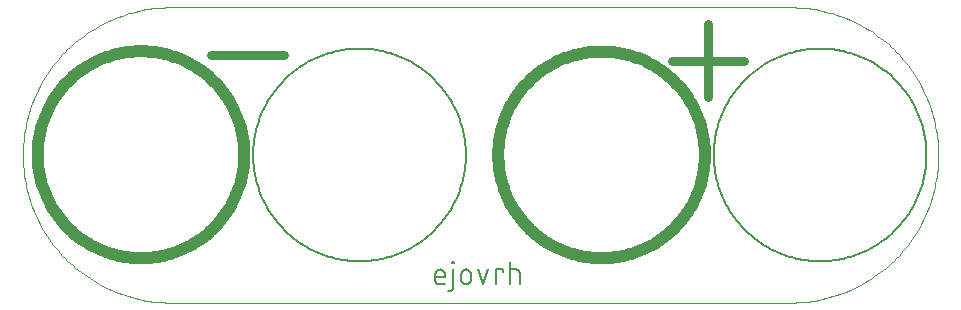
<source format=gto>
G04 EAGLE Gerber RS-274X export*
G75*
%MOMM*%
%FSLAX35Y35*%
%LPD*%
%INsilk_top*%
%IPPOS*%
%AMOC8*
5,1,8,0,0,1.08239X$1,22.5*%
G01*
%ADD10C,1.000000*%
%ADD11C,0.000000*%
%ADD12C,0.787400*%
%ADD13C,0.152400*%
%ADD14C,0.127000*%


D10*
X-2825000Y2500D02*
X-2824736Y23974D01*
X-2823946Y45434D01*
X-2822629Y66869D01*
X-2820787Y88265D01*
X-2818420Y109609D01*
X-2815529Y130889D01*
X-2812118Y152092D01*
X-2808187Y173204D01*
X-2803739Y194214D01*
X-2798777Y215108D01*
X-2793304Y235874D01*
X-2787323Y256499D01*
X-2780837Y276972D01*
X-2773851Y297279D01*
X-2766369Y317408D01*
X-2758395Y337348D01*
X-2749934Y357086D01*
X-2740991Y376611D01*
X-2731571Y395910D01*
X-2721681Y414972D01*
X-2711326Y433786D01*
X-2700513Y452340D01*
X-2689247Y470623D01*
X-2677536Y488624D01*
X-2665387Y506332D01*
X-2652807Y523737D01*
X-2639803Y540828D01*
X-2626384Y557594D01*
X-2612558Y574026D01*
X-2598332Y590114D01*
X-2583716Y605848D01*
X-2568718Y621218D01*
X-2553348Y636216D01*
X-2537614Y650832D01*
X-2521526Y665058D01*
X-2505094Y678884D01*
X-2488328Y692303D01*
X-2471237Y705307D01*
X-2453832Y717887D01*
X-2436124Y730036D01*
X-2418123Y741747D01*
X-2399840Y753013D01*
X-2381286Y763826D01*
X-2362472Y774181D01*
X-2343410Y784071D01*
X-2324111Y793491D01*
X-2304586Y802434D01*
X-2284848Y810895D01*
X-2264908Y818869D01*
X-2244779Y826351D01*
X-2224472Y833337D01*
X-2203999Y839823D01*
X-2183374Y845804D01*
X-2162608Y851277D01*
X-2141714Y856239D01*
X-2120704Y860687D01*
X-2099592Y864618D01*
X-2078389Y868029D01*
X-2057109Y870920D01*
X-2035765Y873287D01*
X-2014369Y875129D01*
X-1992934Y876446D01*
X-1971474Y877236D01*
X-1950000Y877500D01*
X-1928526Y877236D01*
X-1907066Y876446D01*
X-1885631Y875129D01*
X-1864235Y873287D01*
X-1842891Y870920D01*
X-1821611Y868029D01*
X-1800408Y864618D01*
X-1779296Y860687D01*
X-1758286Y856239D01*
X-1737392Y851277D01*
X-1716626Y845804D01*
X-1696001Y839823D01*
X-1675528Y833337D01*
X-1655221Y826351D01*
X-1635092Y818869D01*
X-1615152Y810895D01*
X-1595414Y802434D01*
X-1575889Y793491D01*
X-1556590Y784071D01*
X-1537528Y774181D01*
X-1518714Y763826D01*
X-1500160Y753013D01*
X-1481877Y741747D01*
X-1463876Y730036D01*
X-1446168Y717887D01*
X-1428763Y705307D01*
X-1411672Y692303D01*
X-1394906Y678884D01*
X-1378474Y665058D01*
X-1362386Y650832D01*
X-1346652Y636216D01*
X-1331282Y621218D01*
X-1316284Y605848D01*
X-1301668Y590114D01*
X-1287442Y574026D01*
X-1273616Y557594D01*
X-1260197Y540828D01*
X-1247193Y523737D01*
X-1234613Y506332D01*
X-1222464Y488624D01*
X-1210753Y470623D01*
X-1199487Y452340D01*
X-1188674Y433786D01*
X-1178319Y414972D01*
X-1168429Y395910D01*
X-1159009Y376611D01*
X-1150066Y357086D01*
X-1141605Y337348D01*
X-1133631Y317408D01*
X-1126149Y297279D01*
X-1119163Y276972D01*
X-1112677Y256499D01*
X-1106696Y235874D01*
X-1101223Y215108D01*
X-1096261Y194214D01*
X-1091813Y173204D01*
X-1087882Y152092D01*
X-1084471Y130889D01*
X-1081580Y109609D01*
X-1079213Y88265D01*
X-1077371Y66869D01*
X-1076054Y45434D01*
X-1075264Y23974D01*
X-1075000Y2500D01*
X-1075264Y-18974D01*
X-1076054Y-40434D01*
X-1077371Y-61869D01*
X-1079213Y-83265D01*
X-1081580Y-104609D01*
X-1084471Y-125889D01*
X-1087882Y-147092D01*
X-1091813Y-168204D01*
X-1096261Y-189214D01*
X-1101223Y-210108D01*
X-1106696Y-230874D01*
X-1112677Y-251499D01*
X-1119163Y-271972D01*
X-1126149Y-292279D01*
X-1133631Y-312408D01*
X-1141605Y-332348D01*
X-1150066Y-352086D01*
X-1159009Y-371611D01*
X-1168429Y-390910D01*
X-1178319Y-409972D01*
X-1188674Y-428786D01*
X-1199487Y-447340D01*
X-1210753Y-465623D01*
X-1222464Y-483624D01*
X-1234613Y-501332D01*
X-1247193Y-518737D01*
X-1260197Y-535828D01*
X-1273616Y-552594D01*
X-1287442Y-569026D01*
X-1301668Y-585114D01*
X-1316284Y-600848D01*
X-1331282Y-616218D01*
X-1346652Y-631216D01*
X-1362386Y-645832D01*
X-1378474Y-660058D01*
X-1394906Y-673884D01*
X-1411672Y-687303D01*
X-1428763Y-700307D01*
X-1446168Y-712887D01*
X-1463876Y-725036D01*
X-1481877Y-736747D01*
X-1500160Y-748013D01*
X-1518714Y-758826D01*
X-1537528Y-769181D01*
X-1556590Y-779071D01*
X-1575889Y-788491D01*
X-1595414Y-797434D01*
X-1615152Y-805895D01*
X-1635092Y-813869D01*
X-1655221Y-821351D01*
X-1675528Y-828337D01*
X-1696001Y-834823D01*
X-1716626Y-840804D01*
X-1737392Y-846277D01*
X-1758286Y-851239D01*
X-1779296Y-855687D01*
X-1800408Y-859618D01*
X-1821611Y-863029D01*
X-1842891Y-865920D01*
X-1864235Y-868287D01*
X-1885631Y-870129D01*
X-1907066Y-871446D01*
X-1928526Y-872236D01*
X-1950000Y-872500D01*
X-1971474Y-872236D01*
X-1992934Y-871446D01*
X-2014369Y-870129D01*
X-2035765Y-868287D01*
X-2057109Y-865920D01*
X-2078389Y-863029D01*
X-2099592Y-859618D01*
X-2120704Y-855687D01*
X-2141714Y-851239D01*
X-2162608Y-846277D01*
X-2183374Y-840804D01*
X-2203999Y-834823D01*
X-2224472Y-828337D01*
X-2244779Y-821351D01*
X-2264908Y-813869D01*
X-2284848Y-805895D01*
X-2304586Y-797434D01*
X-2324111Y-788491D01*
X-2343410Y-779071D01*
X-2362472Y-769181D01*
X-2381286Y-758826D01*
X-2399840Y-748013D01*
X-2418123Y-736747D01*
X-2436124Y-725036D01*
X-2453832Y-712887D01*
X-2471237Y-700307D01*
X-2488328Y-687303D01*
X-2505094Y-673884D01*
X-2521526Y-660058D01*
X-2537614Y-645832D01*
X-2553348Y-631216D01*
X-2568718Y-616218D01*
X-2583716Y-600848D01*
X-2598332Y-585114D01*
X-2612558Y-569026D01*
X-2626384Y-552594D01*
X-2639803Y-535828D01*
X-2652807Y-518737D01*
X-2665387Y-501332D01*
X-2677536Y-483624D01*
X-2689247Y-465623D01*
X-2700513Y-447340D01*
X-2711326Y-428786D01*
X-2721681Y-409972D01*
X-2731571Y-390910D01*
X-2740991Y-371611D01*
X-2749934Y-352086D01*
X-2758395Y-332348D01*
X-2766369Y-312408D01*
X-2773851Y-292279D01*
X-2780837Y-271972D01*
X-2787323Y-251499D01*
X-2793304Y-230874D01*
X-2798777Y-210108D01*
X-2803739Y-189214D01*
X-2808187Y-168204D01*
X-2812118Y-147092D01*
X-2815529Y-125889D01*
X-2818420Y-104609D01*
X-2820787Y-83265D01*
X-2822629Y-61869D01*
X-2823946Y-40434D01*
X-2824736Y-18974D01*
X-2825000Y2500D01*
X1075000Y700D02*
X1075264Y22174D01*
X1076054Y43634D01*
X1077371Y65069D01*
X1079213Y86465D01*
X1081580Y107809D01*
X1084471Y129089D01*
X1087882Y150292D01*
X1091813Y171404D01*
X1096261Y192414D01*
X1101223Y213308D01*
X1106696Y234074D01*
X1112677Y254699D01*
X1119163Y275172D01*
X1126149Y295479D01*
X1133631Y315608D01*
X1141605Y335548D01*
X1150066Y355286D01*
X1159009Y374811D01*
X1168429Y394110D01*
X1178319Y413172D01*
X1188674Y431986D01*
X1199487Y450540D01*
X1210753Y468823D01*
X1222464Y486824D01*
X1234613Y504532D01*
X1247193Y521937D01*
X1260197Y539028D01*
X1273616Y555794D01*
X1287442Y572226D01*
X1301668Y588314D01*
X1316284Y604048D01*
X1331282Y619418D01*
X1346652Y634416D01*
X1362386Y649032D01*
X1378474Y663258D01*
X1394906Y677084D01*
X1411672Y690503D01*
X1428763Y703507D01*
X1446168Y716087D01*
X1463876Y728236D01*
X1481877Y739947D01*
X1500160Y751213D01*
X1518714Y762026D01*
X1537528Y772381D01*
X1556590Y782271D01*
X1575889Y791691D01*
X1595414Y800634D01*
X1615152Y809095D01*
X1635092Y817069D01*
X1655221Y824551D01*
X1675528Y831537D01*
X1696001Y838023D01*
X1716626Y844004D01*
X1737392Y849477D01*
X1758286Y854439D01*
X1779296Y858887D01*
X1800408Y862818D01*
X1821611Y866229D01*
X1842891Y869120D01*
X1864235Y871487D01*
X1885631Y873329D01*
X1907066Y874646D01*
X1928526Y875436D01*
X1950000Y875700D01*
X1971474Y875436D01*
X1992934Y874646D01*
X2014369Y873329D01*
X2035765Y871487D01*
X2057109Y869120D01*
X2078389Y866229D01*
X2099592Y862818D01*
X2120704Y858887D01*
X2141714Y854439D01*
X2162608Y849477D01*
X2183374Y844004D01*
X2203999Y838023D01*
X2224472Y831537D01*
X2244779Y824551D01*
X2264908Y817069D01*
X2284848Y809095D01*
X2304586Y800634D01*
X2324111Y791691D01*
X2343410Y782271D01*
X2362472Y772381D01*
X2381286Y762026D01*
X2399840Y751213D01*
X2418123Y739947D01*
X2436124Y728236D01*
X2453832Y716087D01*
X2471237Y703507D01*
X2488328Y690503D01*
X2505094Y677084D01*
X2521526Y663258D01*
X2537614Y649032D01*
X2553348Y634416D01*
X2568718Y619418D01*
X2583716Y604048D01*
X2598332Y588314D01*
X2612558Y572226D01*
X2626384Y555794D01*
X2639803Y539028D01*
X2652807Y521937D01*
X2665387Y504532D01*
X2677536Y486824D01*
X2689247Y468823D01*
X2700513Y450540D01*
X2711326Y431986D01*
X2721681Y413172D01*
X2731571Y394110D01*
X2740991Y374811D01*
X2749934Y355286D01*
X2758395Y335548D01*
X2766369Y315608D01*
X2773851Y295479D01*
X2780837Y275172D01*
X2787323Y254699D01*
X2793304Y234074D01*
X2798777Y213308D01*
X2803739Y192414D01*
X2808187Y171404D01*
X2812118Y150292D01*
X2815529Y129089D01*
X2818420Y107809D01*
X2820787Y86465D01*
X2822629Y65069D01*
X2823946Y43634D01*
X2824736Y22174D01*
X2825000Y700D01*
X2824736Y-20774D01*
X2823946Y-42234D01*
X2822629Y-63669D01*
X2820787Y-85065D01*
X2818420Y-106409D01*
X2815529Y-127689D01*
X2812118Y-148892D01*
X2808187Y-170004D01*
X2803739Y-191014D01*
X2798777Y-211908D01*
X2793304Y-232674D01*
X2787323Y-253299D01*
X2780837Y-273772D01*
X2773851Y-294079D01*
X2766369Y-314208D01*
X2758395Y-334148D01*
X2749934Y-353886D01*
X2740991Y-373411D01*
X2731571Y-392710D01*
X2721681Y-411772D01*
X2711326Y-430586D01*
X2700513Y-449140D01*
X2689247Y-467423D01*
X2677536Y-485424D01*
X2665387Y-503132D01*
X2652807Y-520537D01*
X2639803Y-537628D01*
X2626384Y-554394D01*
X2612558Y-570826D01*
X2598332Y-586914D01*
X2583716Y-602648D01*
X2568718Y-618018D01*
X2553348Y-633016D01*
X2537614Y-647632D01*
X2521526Y-661858D01*
X2505094Y-675684D01*
X2488328Y-689103D01*
X2471237Y-702107D01*
X2453832Y-714687D01*
X2436124Y-726836D01*
X2418123Y-738547D01*
X2399840Y-749813D01*
X2381286Y-760626D01*
X2362472Y-770981D01*
X2343410Y-780871D01*
X2324111Y-790291D01*
X2304586Y-799234D01*
X2284848Y-807695D01*
X2264908Y-815669D01*
X2244779Y-823151D01*
X2224472Y-830137D01*
X2203999Y-836623D01*
X2183374Y-842604D01*
X2162608Y-848077D01*
X2141714Y-853039D01*
X2120704Y-857487D01*
X2099592Y-861418D01*
X2078389Y-864829D01*
X2057109Y-867720D01*
X2035765Y-870087D01*
X2014369Y-871929D01*
X1992934Y-873246D01*
X1971474Y-874036D01*
X1950000Y-874300D01*
X1928526Y-874036D01*
X1907066Y-873246D01*
X1885631Y-871929D01*
X1864235Y-870087D01*
X1842891Y-867720D01*
X1821611Y-864829D01*
X1800408Y-861418D01*
X1779296Y-857487D01*
X1758286Y-853039D01*
X1737392Y-848077D01*
X1716626Y-842604D01*
X1696001Y-836623D01*
X1675528Y-830137D01*
X1655221Y-823151D01*
X1635092Y-815669D01*
X1615152Y-807695D01*
X1595414Y-799234D01*
X1575889Y-790291D01*
X1556590Y-780871D01*
X1537528Y-770981D01*
X1518714Y-760626D01*
X1500160Y-749813D01*
X1481877Y-738547D01*
X1463876Y-726836D01*
X1446168Y-714687D01*
X1428763Y-702107D01*
X1411672Y-689103D01*
X1394906Y-675684D01*
X1378474Y-661858D01*
X1362386Y-647632D01*
X1346652Y-633016D01*
X1331282Y-618018D01*
X1316284Y-602648D01*
X1301668Y-586914D01*
X1287442Y-570826D01*
X1273616Y-554394D01*
X1260197Y-537628D01*
X1247193Y-520537D01*
X1234613Y-503132D01*
X1222464Y-485424D01*
X1210753Y-467423D01*
X1199487Y-449140D01*
X1188674Y-430586D01*
X1178319Y-411772D01*
X1168429Y-392710D01*
X1159009Y-373411D01*
X1150066Y-353886D01*
X1141605Y-334148D01*
X1133631Y-314208D01*
X1126149Y-294079D01*
X1119163Y-273772D01*
X1112677Y-253299D01*
X1106696Y-232674D01*
X1101223Y-211908D01*
X1096261Y-191014D01*
X1091813Y-170004D01*
X1087882Y-148892D01*
X1084471Y-127689D01*
X1081580Y-106409D01*
X1079213Y-85065D01*
X1077371Y-63669D01*
X1076054Y-42234D01*
X1075264Y-20774D01*
X1075000Y700D01*
D11*
X3550000Y1250000D02*
X-1700000Y1250000D01*
X3550000Y1250000D02*
X3580205Y1249635D01*
X3610392Y1248540D01*
X3640544Y1246716D01*
X3670642Y1244165D01*
X3700671Y1240886D01*
X3730611Y1236883D01*
X3760446Y1232158D01*
X3790158Y1226713D01*
X3819730Y1220551D01*
X3849145Y1213677D01*
X3878384Y1206094D01*
X3907432Y1197807D01*
X3936271Y1188821D01*
X3964885Y1179140D01*
X3993256Y1168770D01*
X4021369Y1157718D01*
X4049206Y1145990D01*
X4076751Y1133593D01*
X4103989Y1120534D01*
X4130904Y1106820D01*
X4157479Y1092460D01*
X4183700Y1077462D01*
X4209550Y1061835D01*
X4235016Y1045588D01*
X4260081Y1028730D01*
X4284732Y1011271D01*
X4308953Y993222D01*
X4332731Y974593D01*
X4356053Y955395D01*
X4378903Y935638D01*
X4401270Y915336D01*
X4423139Y894499D01*
X4444499Y873139D01*
X4465336Y851270D01*
X4485638Y828903D01*
X4505395Y806053D01*
X4524593Y782731D01*
X4543222Y758953D01*
X4561271Y734732D01*
X4578730Y710081D01*
X4595588Y685016D01*
X4611835Y659550D01*
X4627462Y633700D01*
X4642460Y607479D01*
X4656820Y580904D01*
X4670534Y553989D01*
X4683593Y526751D01*
X4695990Y499206D01*
X4707718Y471369D01*
X4718770Y443256D01*
X4729140Y414885D01*
X4738821Y386271D01*
X4747807Y357432D01*
X4756094Y328384D01*
X4763677Y299145D01*
X4770551Y269730D01*
X4776713Y240158D01*
X4782158Y210446D01*
X4786883Y180611D01*
X4790886Y150671D01*
X4794165Y120642D01*
X4796716Y90544D01*
X4798540Y60392D01*
X4799635Y30205D01*
X4800000Y0D01*
X4799635Y-30205D01*
X4798540Y-60392D01*
X4796716Y-90544D01*
X4794165Y-120642D01*
X4790886Y-150671D01*
X4786883Y-180611D01*
X4782158Y-210446D01*
X4776713Y-240158D01*
X4770551Y-269730D01*
X4763677Y-299145D01*
X4756094Y-328384D01*
X4747807Y-357432D01*
X4738821Y-386271D01*
X4729140Y-414885D01*
X4718770Y-443256D01*
X4707718Y-471369D01*
X4695990Y-499206D01*
X4683593Y-526751D01*
X4670534Y-553989D01*
X4656820Y-580904D01*
X4642460Y-607479D01*
X4627462Y-633700D01*
X4611835Y-659550D01*
X4595588Y-685016D01*
X4578730Y-710081D01*
X4561271Y-734732D01*
X4543222Y-758953D01*
X4524593Y-782731D01*
X4505395Y-806053D01*
X4485638Y-828903D01*
X4465336Y-851270D01*
X4444499Y-873139D01*
X4423139Y-894499D01*
X4401270Y-915336D01*
X4378903Y-935638D01*
X4356053Y-955395D01*
X4332731Y-974593D01*
X4308953Y-993222D01*
X4284732Y-1011271D01*
X4260081Y-1028730D01*
X4235016Y-1045588D01*
X4209550Y-1061835D01*
X4183700Y-1077462D01*
X4157479Y-1092460D01*
X4130904Y-1106820D01*
X4103989Y-1120534D01*
X4076751Y-1133593D01*
X4049206Y-1145990D01*
X4021369Y-1157718D01*
X3993256Y-1168770D01*
X3964885Y-1179140D01*
X3936271Y-1188821D01*
X3907432Y-1197807D01*
X3878384Y-1206094D01*
X3849145Y-1213677D01*
X3819730Y-1220551D01*
X3790158Y-1226713D01*
X3760446Y-1232158D01*
X3730611Y-1236883D01*
X3700671Y-1240886D01*
X3670642Y-1244165D01*
X3640544Y-1246716D01*
X3610392Y-1248540D01*
X3580205Y-1249635D01*
X3550000Y-1250000D01*
X-1700000Y-1250000D01*
X-1730205Y-1249635D01*
X-1760392Y-1248540D01*
X-1790544Y-1246716D01*
X-1820642Y-1244165D01*
X-1850671Y-1240886D01*
X-1880611Y-1236883D01*
X-1910446Y-1232158D01*
X-1940158Y-1226713D01*
X-1969730Y-1220551D01*
X-1999145Y-1213677D01*
X-2028384Y-1206094D01*
X-2057432Y-1197807D01*
X-2086271Y-1188821D01*
X-2114885Y-1179140D01*
X-2143256Y-1168770D01*
X-2171369Y-1157718D01*
X-2199206Y-1145990D01*
X-2226751Y-1133593D01*
X-2253989Y-1120534D01*
X-2280904Y-1106820D01*
X-2307479Y-1092460D01*
X-2333700Y-1077462D01*
X-2359550Y-1061835D01*
X-2385016Y-1045588D01*
X-2410081Y-1028730D01*
X-2434732Y-1011271D01*
X-2458953Y-993222D01*
X-2482731Y-974593D01*
X-2506053Y-955395D01*
X-2528903Y-935638D01*
X-2551270Y-915336D01*
X-2573139Y-894499D01*
X-2594499Y-873139D01*
X-2615336Y-851270D01*
X-2635638Y-828903D01*
X-2655395Y-806053D01*
X-2674593Y-782731D01*
X-2693222Y-758953D01*
X-2711271Y-734732D01*
X-2728730Y-710081D01*
X-2745588Y-685016D01*
X-2761835Y-659550D01*
X-2777462Y-633700D01*
X-2792460Y-607479D01*
X-2806820Y-580904D01*
X-2820534Y-553989D01*
X-2833593Y-526751D01*
X-2845990Y-499206D01*
X-2857718Y-471369D01*
X-2868770Y-443256D01*
X-2879140Y-414885D01*
X-2888821Y-386271D01*
X-2897807Y-357432D01*
X-2906094Y-328384D01*
X-2913677Y-299145D01*
X-2920551Y-269730D01*
X-2926713Y-240158D01*
X-2932158Y-210446D01*
X-2936883Y-180611D01*
X-2940886Y-150671D01*
X-2944165Y-120642D01*
X-2946716Y-90544D01*
X-2948540Y-60392D01*
X-2949635Y-30205D01*
X-2950000Y0D01*
X-2949635Y30205D01*
X-2948540Y60392D01*
X-2946716Y90544D01*
X-2944165Y120642D01*
X-2940886Y150671D01*
X-2936883Y180611D01*
X-2932158Y210446D01*
X-2926713Y240158D01*
X-2920551Y269730D01*
X-2913677Y299145D01*
X-2906094Y328384D01*
X-2897807Y357432D01*
X-2888821Y386271D01*
X-2879140Y414885D01*
X-2868770Y443256D01*
X-2857718Y471369D01*
X-2845990Y499206D01*
X-2833593Y526751D01*
X-2820534Y553989D01*
X-2806820Y580904D01*
X-2792460Y607479D01*
X-2777462Y633700D01*
X-2761835Y659550D01*
X-2745588Y685016D01*
X-2728730Y710081D01*
X-2711271Y734732D01*
X-2693222Y758953D01*
X-2674593Y782731D01*
X-2655395Y806053D01*
X-2635638Y828903D01*
X-2615336Y851270D01*
X-2594499Y873139D01*
X-2573139Y894499D01*
X-2551270Y915336D01*
X-2528903Y935638D01*
X-2506053Y955395D01*
X-2482731Y974593D01*
X-2458953Y993222D01*
X-2434732Y1011271D01*
X-2410081Y1028730D01*
X-2385016Y1045588D01*
X-2359550Y1061835D01*
X-2333700Y1077462D01*
X-2307479Y1092460D01*
X-2280904Y1106820D01*
X-2253989Y1120534D01*
X-2226751Y1133593D01*
X-2199206Y1145990D01*
X-2171369Y1157718D01*
X-2143256Y1168770D01*
X-2114885Y1179140D01*
X-2086271Y1188821D01*
X-2057432Y1197807D01*
X-2028384Y1206094D01*
X-1999145Y1213677D01*
X-1969730Y1220551D01*
X-1940158Y1226713D01*
X-1910446Y1232158D01*
X-1880611Y1236883D01*
X-1850671Y1240886D01*
X-1820642Y1244165D01*
X-1790544Y1246716D01*
X-1760392Y1248540D01*
X-1730205Y1249635D01*
X-1700000Y1250000D01*
D12*
X2542913Y797638D02*
X3157087Y797638D01*
X2850000Y1104724D02*
X2850000Y490551D01*
X-742913Y847638D02*
X-1357087Y847638D01*
D13*
X573486Y-1092380D02*
X624808Y-1092380D01*
X573486Y-1092380D02*
X572742Y-1092371D01*
X571998Y-1092344D01*
X571256Y-1092299D01*
X570514Y-1092236D01*
X569774Y-1092155D01*
X569037Y-1092057D01*
X568302Y-1091940D01*
X567570Y-1091806D01*
X566841Y-1091655D01*
X566117Y-1091485D01*
X565396Y-1091298D01*
X564681Y-1091094D01*
X563970Y-1090873D01*
X563266Y-1090634D01*
X562567Y-1090379D01*
X561874Y-1090107D01*
X561188Y-1089818D01*
X560510Y-1089512D01*
X559839Y-1089191D01*
X559176Y-1088853D01*
X558521Y-1088499D01*
X557875Y-1088130D01*
X557238Y-1087745D01*
X556611Y-1087344D01*
X555994Y-1086929D01*
X555386Y-1086499D01*
X554790Y-1086054D01*
X554204Y-1085596D01*
X553629Y-1085123D01*
X553066Y-1084636D01*
X552515Y-1084136D01*
X551977Y-1083622D01*
X551451Y-1083096D01*
X550937Y-1082558D01*
X550437Y-1082007D01*
X549950Y-1081444D01*
X549477Y-1080869D01*
X549019Y-1080283D01*
X548574Y-1079687D01*
X548144Y-1079079D01*
X547729Y-1078462D01*
X547328Y-1077835D01*
X546943Y-1077198D01*
X546574Y-1076552D01*
X546220Y-1075897D01*
X545882Y-1075234D01*
X545561Y-1074563D01*
X545255Y-1073885D01*
X544966Y-1073199D01*
X544694Y-1072506D01*
X544439Y-1071807D01*
X544200Y-1071103D01*
X543979Y-1070392D01*
X543775Y-1069677D01*
X543588Y-1068956D01*
X543418Y-1068232D01*
X543267Y-1067503D01*
X543133Y-1066771D01*
X543016Y-1066036D01*
X542918Y-1065299D01*
X542837Y-1064559D01*
X542774Y-1063817D01*
X542729Y-1063075D01*
X542702Y-1062331D01*
X542693Y-1061587D01*
X542693Y-1010265D01*
X542705Y-1009265D01*
X542742Y-1008266D01*
X542803Y-1007268D01*
X542888Y-1006272D01*
X542997Y-1005278D01*
X543131Y-1004287D01*
X543288Y-1003300D01*
X543470Y-1002316D01*
X543675Y-1001338D01*
X543905Y-1000365D01*
X544157Y-999397D01*
X544434Y-998436D01*
X544734Y-997482D01*
X545056Y-996536D01*
X545402Y-995598D01*
X545771Y-994668D01*
X546162Y-993748D01*
X546575Y-992838D01*
X547011Y-991938D01*
X547468Y-991048D01*
X547946Y-990170D01*
X548446Y-989305D01*
X548967Y-988451D01*
X549509Y-987611D01*
X550071Y-986783D01*
X550652Y-985970D01*
X551254Y-985171D01*
X551874Y-984388D01*
X552514Y-983619D01*
X553172Y-982866D01*
X553848Y-982130D01*
X554542Y-981410D01*
X555254Y-980707D01*
X555982Y-980022D01*
X556727Y-979355D01*
X557487Y-978706D01*
X558264Y-978076D01*
X559055Y-977465D01*
X559861Y-976873D01*
X560681Y-976301D01*
X561515Y-975749D01*
X562362Y-975218D01*
X563222Y-974708D01*
X564094Y-974218D01*
X564978Y-973750D01*
X565872Y-973304D01*
X566778Y-972880D01*
X567693Y-972477D01*
X568618Y-972098D01*
X569552Y-971740D01*
X570494Y-971406D01*
X571444Y-971095D01*
X572402Y-970807D01*
X573366Y-970542D01*
X574336Y-970301D01*
X575312Y-970084D01*
X576293Y-969890D01*
X577279Y-969720D01*
X578268Y-969575D01*
X579260Y-969453D01*
X580256Y-969356D01*
X581253Y-969283D01*
X582251Y-969234D01*
X583251Y-969210D01*
X584251Y-969210D01*
X585251Y-969234D01*
X586249Y-969283D01*
X587246Y-969356D01*
X588242Y-969453D01*
X589234Y-969575D01*
X590223Y-969720D01*
X591209Y-969890D01*
X592190Y-970084D01*
X593166Y-970301D01*
X594136Y-970542D01*
X595100Y-970807D01*
X596058Y-971095D01*
X597008Y-971406D01*
X597950Y-971740D01*
X598884Y-972098D01*
X599809Y-972477D01*
X600724Y-972880D01*
X601630Y-973304D01*
X602524Y-973750D01*
X603408Y-974218D01*
X604280Y-974708D01*
X605140Y-975218D01*
X605987Y-975749D01*
X606821Y-976301D01*
X607641Y-976873D01*
X608447Y-977465D01*
X609238Y-978076D01*
X610015Y-978706D01*
X610775Y-979355D01*
X611520Y-980022D01*
X612248Y-980707D01*
X612960Y-981410D01*
X613654Y-982130D01*
X614330Y-982866D01*
X614988Y-983619D01*
X615628Y-984388D01*
X616248Y-985171D01*
X616850Y-985970D01*
X617431Y-986783D01*
X617993Y-987611D01*
X618535Y-988451D01*
X619056Y-989305D01*
X619556Y-990170D01*
X620034Y-991048D01*
X620491Y-991938D01*
X620927Y-992838D01*
X621340Y-993748D01*
X621731Y-994668D01*
X622100Y-995598D01*
X622446Y-996536D01*
X622768Y-997482D01*
X623068Y-998436D01*
X623345Y-999397D01*
X623597Y-1000365D01*
X623827Y-1001338D01*
X624032Y-1002316D01*
X624214Y-1003300D01*
X624371Y-1004287D01*
X624505Y-1005278D01*
X624614Y-1006272D01*
X624699Y-1007268D01*
X624760Y-1008266D01*
X624797Y-1009265D01*
X624809Y-1010265D01*
X624808Y-1010265D02*
X624808Y-1030793D01*
X542693Y-1030793D01*
X690838Y-969207D02*
X690838Y-1123173D01*
X690829Y-1123917D01*
X690802Y-1124661D01*
X690757Y-1125403D01*
X690694Y-1126145D01*
X690613Y-1126885D01*
X690515Y-1127622D01*
X690398Y-1128357D01*
X690264Y-1129089D01*
X690113Y-1129818D01*
X689943Y-1130542D01*
X689756Y-1131263D01*
X689552Y-1131978D01*
X689331Y-1132689D01*
X689092Y-1133393D01*
X688837Y-1134092D01*
X688565Y-1134785D01*
X688276Y-1135471D01*
X687970Y-1136149D01*
X687649Y-1136820D01*
X687311Y-1137483D01*
X686957Y-1138138D01*
X686588Y-1138784D01*
X686203Y-1139421D01*
X685802Y-1140048D01*
X685387Y-1140665D01*
X684957Y-1141273D01*
X684512Y-1141869D01*
X684054Y-1142455D01*
X683581Y-1143030D01*
X683094Y-1143593D01*
X682594Y-1144144D01*
X682080Y-1144682D01*
X681554Y-1145208D01*
X681016Y-1145722D01*
X680465Y-1146222D01*
X679902Y-1146709D01*
X679327Y-1147182D01*
X678741Y-1147640D01*
X678145Y-1148085D01*
X677537Y-1148515D01*
X676920Y-1148930D01*
X676293Y-1149331D01*
X675656Y-1149716D01*
X675010Y-1150085D01*
X674355Y-1150439D01*
X673692Y-1150777D01*
X673021Y-1151098D01*
X672343Y-1151404D01*
X671657Y-1151693D01*
X670964Y-1151965D01*
X670265Y-1152220D01*
X669561Y-1152459D01*
X668850Y-1152680D01*
X668135Y-1152884D01*
X667414Y-1153071D01*
X666690Y-1153241D01*
X665961Y-1153392D01*
X665229Y-1153526D01*
X664494Y-1153643D01*
X663757Y-1153741D01*
X663017Y-1153822D01*
X662275Y-1153885D01*
X661533Y-1153930D01*
X660789Y-1153957D01*
X660045Y-1153966D01*
X660045Y-1153967D02*
X649781Y-1153967D01*
X685706Y-917885D02*
X685706Y-907620D01*
X695971Y-907620D01*
X695971Y-917885D01*
X685706Y-917885D01*
X761193Y-1010265D02*
X761193Y-1051323D01*
X761192Y-1010265D02*
X761204Y-1009265D01*
X761241Y-1008266D01*
X761302Y-1007268D01*
X761387Y-1006272D01*
X761496Y-1005278D01*
X761630Y-1004287D01*
X761787Y-1003300D01*
X761969Y-1002316D01*
X762174Y-1001338D01*
X762404Y-1000365D01*
X762656Y-999397D01*
X762933Y-998436D01*
X763233Y-997482D01*
X763555Y-996536D01*
X763901Y-995598D01*
X764270Y-994668D01*
X764661Y-993748D01*
X765074Y-992838D01*
X765510Y-991938D01*
X765967Y-991048D01*
X766445Y-990170D01*
X766945Y-989305D01*
X767466Y-988451D01*
X768008Y-987611D01*
X768570Y-986783D01*
X769151Y-985970D01*
X769753Y-985171D01*
X770373Y-984388D01*
X771013Y-983619D01*
X771671Y-982866D01*
X772347Y-982130D01*
X773041Y-981410D01*
X773753Y-980707D01*
X774481Y-980022D01*
X775226Y-979355D01*
X775986Y-978706D01*
X776763Y-978076D01*
X777554Y-977465D01*
X778360Y-976873D01*
X779180Y-976301D01*
X780014Y-975749D01*
X780861Y-975218D01*
X781721Y-974708D01*
X782593Y-974218D01*
X783477Y-973750D01*
X784371Y-973304D01*
X785277Y-972880D01*
X786192Y-972477D01*
X787117Y-972098D01*
X788051Y-971740D01*
X788993Y-971406D01*
X789943Y-971095D01*
X790901Y-970807D01*
X791865Y-970542D01*
X792835Y-970301D01*
X793811Y-970084D01*
X794792Y-969890D01*
X795778Y-969720D01*
X796767Y-969575D01*
X797759Y-969453D01*
X798755Y-969356D01*
X799752Y-969283D01*
X800750Y-969234D01*
X801750Y-969210D01*
X802750Y-969210D01*
X803750Y-969234D01*
X804748Y-969283D01*
X805745Y-969356D01*
X806741Y-969453D01*
X807733Y-969575D01*
X808722Y-969720D01*
X809708Y-969890D01*
X810689Y-970084D01*
X811665Y-970301D01*
X812635Y-970542D01*
X813599Y-970807D01*
X814557Y-971095D01*
X815507Y-971406D01*
X816449Y-971740D01*
X817383Y-972098D01*
X818308Y-972477D01*
X819223Y-972880D01*
X820129Y-973304D01*
X821023Y-973750D01*
X821907Y-974218D01*
X822779Y-974708D01*
X823639Y-975218D01*
X824486Y-975749D01*
X825320Y-976301D01*
X826140Y-976873D01*
X826946Y-977465D01*
X827737Y-978076D01*
X828514Y-978706D01*
X829274Y-979355D01*
X830019Y-980022D01*
X830747Y-980707D01*
X831459Y-981410D01*
X832153Y-982130D01*
X832829Y-982866D01*
X833487Y-983619D01*
X834127Y-984388D01*
X834747Y-985171D01*
X835349Y-985970D01*
X835930Y-986783D01*
X836492Y-987611D01*
X837034Y-988451D01*
X837555Y-989305D01*
X838055Y-990170D01*
X838533Y-991048D01*
X838990Y-991938D01*
X839426Y-992838D01*
X839839Y-993748D01*
X840230Y-994668D01*
X840599Y-995598D01*
X840945Y-996536D01*
X841267Y-997482D01*
X841567Y-998436D01*
X841844Y-999397D01*
X842096Y-1000365D01*
X842326Y-1001338D01*
X842531Y-1002316D01*
X842713Y-1003300D01*
X842870Y-1004287D01*
X843004Y-1005278D01*
X843113Y-1006272D01*
X843198Y-1007268D01*
X843259Y-1008266D01*
X843296Y-1009265D01*
X843308Y-1010265D01*
X843308Y-1051323D01*
X843296Y-1052323D01*
X843259Y-1053322D01*
X843198Y-1054320D01*
X843113Y-1055316D01*
X843004Y-1056310D01*
X842870Y-1057301D01*
X842713Y-1058288D01*
X842531Y-1059272D01*
X842326Y-1060250D01*
X842096Y-1061223D01*
X841844Y-1062191D01*
X841567Y-1063152D01*
X841267Y-1064106D01*
X840945Y-1065052D01*
X840599Y-1065990D01*
X840230Y-1066920D01*
X839839Y-1067840D01*
X839426Y-1068750D01*
X838990Y-1069650D01*
X838533Y-1070540D01*
X838055Y-1071418D01*
X837555Y-1072283D01*
X837034Y-1073137D01*
X836492Y-1073977D01*
X835930Y-1074805D01*
X835349Y-1075618D01*
X834747Y-1076417D01*
X834127Y-1077200D01*
X833487Y-1077969D01*
X832829Y-1078722D01*
X832153Y-1079458D01*
X831459Y-1080178D01*
X830747Y-1080881D01*
X830019Y-1081566D01*
X829274Y-1082233D01*
X828514Y-1082882D01*
X827737Y-1083512D01*
X826946Y-1084123D01*
X826140Y-1084715D01*
X825320Y-1085287D01*
X824486Y-1085839D01*
X823639Y-1086370D01*
X822779Y-1086880D01*
X821907Y-1087370D01*
X821023Y-1087838D01*
X820129Y-1088284D01*
X819223Y-1088708D01*
X818308Y-1089111D01*
X817383Y-1089490D01*
X816449Y-1089848D01*
X815507Y-1090182D01*
X814557Y-1090493D01*
X813599Y-1090781D01*
X812635Y-1091046D01*
X811665Y-1091287D01*
X810689Y-1091504D01*
X809708Y-1091698D01*
X808722Y-1091868D01*
X807733Y-1092013D01*
X806741Y-1092135D01*
X805745Y-1092232D01*
X804748Y-1092305D01*
X803750Y-1092354D01*
X802750Y-1092378D01*
X801750Y-1092378D01*
X800750Y-1092354D01*
X799752Y-1092305D01*
X798755Y-1092232D01*
X797759Y-1092135D01*
X796767Y-1092013D01*
X795778Y-1091868D01*
X794792Y-1091698D01*
X793811Y-1091504D01*
X792835Y-1091287D01*
X791865Y-1091046D01*
X790901Y-1090781D01*
X789943Y-1090493D01*
X788993Y-1090182D01*
X788051Y-1089848D01*
X787117Y-1089490D01*
X786192Y-1089111D01*
X785277Y-1088708D01*
X784371Y-1088284D01*
X783477Y-1087838D01*
X782593Y-1087370D01*
X781721Y-1086880D01*
X780861Y-1086370D01*
X780014Y-1085839D01*
X779180Y-1085287D01*
X778360Y-1084715D01*
X777554Y-1084123D01*
X776763Y-1083512D01*
X775986Y-1082882D01*
X775226Y-1082233D01*
X774481Y-1081566D01*
X773753Y-1080881D01*
X773041Y-1080178D01*
X772347Y-1079458D01*
X771671Y-1078722D01*
X771013Y-1077969D01*
X770373Y-1077200D01*
X769753Y-1076417D01*
X769151Y-1075618D01*
X768570Y-1074805D01*
X768008Y-1073977D01*
X767466Y-1073137D01*
X766945Y-1072283D01*
X766445Y-1071418D01*
X765967Y-1070540D01*
X765510Y-1069650D01*
X765074Y-1068750D01*
X764661Y-1067840D01*
X764270Y-1066920D01*
X763901Y-1065990D01*
X763555Y-1065052D01*
X763233Y-1064106D01*
X762933Y-1063152D01*
X762656Y-1062191D01*
X762404Y-1061223D01*
X762174Y-1060250D01*
X761969Y-1059272D01*
X761787Y-1058288D01*
X761630Y-1057301D01*
X761496Y-1056310D01*
X761387Y-1055316D01*
X761302Y-1054320D01*
X761241Y-1053322D01*
X761204Y-1052323D01*
X761192Y-1051323D01*
X904943Y-969207D02*
X946000Y-1092380D01*
X987058Y-969207D01*
X1055220Y-969207D02*
X1055220Y-1092380D01*
X1055220Y-969207D02*
X1116807Y-969207D01*
X1116807Y-989736D01*
X1175192Y-907620D02*
X1175192Y-1092380D01*
X1175192Y-969207D02*
X1226514Y-969207D01*
X1227258Y-969216D01*
X1228002Y-969243D01*
X1228744Y-969288D01*
X1229486Y-969351D01*
X1230226Y-969432D01*
X1230963Y-969530D01*
X1231698Y-969647D01*
X1232430Y-969781D01*
X1233159Y-969932D01*
X1233883Y-970102D01*
X1234604Y-970289D01*
X1235319Y-970493D01*
X1236030Y-970714D01*
X1236734Y-970953D01*
X1237433Y-971208D01*
X1238126Y-971480D01*
X1238812Y-971769D01*
X1239490Y-972075D01*
X1240161Y-972396D01*
X1240824Y-972734D01*
X1241479Y-973088D01*
X1242125Y-973457D01*
X1242762Y-973842D01*
X1243389Y-974243D01*
X1244006Y-974658D01*
X1244614Y-975088D01*
X1245210Y-975533D01*
X1245796Y-975991D01*
X1246371Y-976464D01*
X1246934Y-976951D01*
X1247485Y-977451D01*
X1248023Y-977965D01*
X1248549Y-978491D01*
X1249063Y-979029D01*
X1249563Y-979580D01*
X1250050Y-980143D01*
X1250523Y-980718D01*
X1250981Y-981304D01*
X1251426Y-981900D01*
X1251856Y-982508D01*
X1252271Y-983125D01*
X1252672Y-983752D01*
X1253057Y-984389D01*
X1253426Y-985035D01*
X1253780Y-985690D01*
X1254118Y-986353D01*
X1254439Y-987024D01*
X1254745Y-987702D01*
X1255034Y-988388D01*
X1255306Y-989081D01*
X1255561Y-989780D01*
X1255800Y-990484D01*
X1256021Y-991195D01*
X1256225Y-991910D01*
X1256412Y-992631D01*
X1256582Y-993355D01*
X1256733Y-994084D01*
X1256867Y-994816D01*
X1256984Y-995551D01*
X1257082Y-996288D01*
X1257163Y-997028D01*
X1257226Y-997770D01*
X1257271Y-998512D01*
X1257298Y-999256D01*
X1257307Y-1000000D01*
X1257307Y-1092380D01*
D14*
X-1000000Y0D02*
X-999729Y22087D01*
X-998916Y44161D01*
X-997561Y66208D01*
X-995666Y88215D01*
X-993232Y110170D01*
X-990259Y132057D01*
X-986750Y153866D01*
X-982707Y175581D01*
X-978132Y197191D01*
X-973028Y218682D01*
X-967398Y240041D01*
X-961246Y261256D01*
X-954575Y282314D01*
X-947390Y303201D01*
X-939694Y323906D01*
X-931492Y344415D01*
X-922789Y364717D01*
X-913590Y384800D01*
X-903902Y404650D01*
X-893729Y424257D01*
X-883078Y443608D01*
X-871956Y462692D01*
X-860368Y481498D01*
X-848323Y500013D01*
X-835826Y518227D01*
X-822887Y536129D01*
X-809512Y553708D01*
X-795709Y570954D01*
X-781488Y587856D01*
X-766856Y604403D01*
X-751822Y620586D01*
X-736396Y636396D01*
X-720586Y651822D01*
X-704403Y666856D01*
X-687856Y681488D01*
X-670954Y695709D01*
X-653708Y709512D01*
X-636129Y722887D01*
X-618227Y735826D01*
X-600013Y748323D01*
X-581498Y760368D01*
X-562692Y771956D01*
X-543608Y783078D01*
X-524257Y793729D01*
X-504650Y803902D01*
X-484800Y813590D01*
X-464717Y822789D01*
X-444415Y831492D01*
X-423906Y839694D01*
X-403201Y847390D01*
X-382314Y854575D01*
X-361256Y861246D01*
X-340041Y867398D01*
X-318682Y873028D01*
X-297191Y878132D01*
X-275581Y882707D01*
X-253866Y886750D01*
X-232057Y890259D01*
X-210170Y893232D01*
X-188215Y895666D01*
X-166208Y897561D01*
X-144161Y898916D01*
X-122087Y899729D01*
X-100000Y900000D01*
X-77913Y899729D01*
X-55839Y898916D01*
X-33792Y897561D01*
X-11785Y895666D01*
X10170Y893232D01*
X32057Y890259D01*
X53866Y886750D01*
X75581Y882707D01*
X97191Y878132D01*
X118682Y873028D01*
X140041Y867398D01*
X161256Y861246D01*
X182314Y854575D01*
X203201Y847390D01*
X223906Y839694D01*
X244415Y831492D01*
X264717Y822789D01*
X284800Y813590D01*
X304650Y803902D01*
X324257Y793729D01*
X343608Y783078D01*
X362692Y771956D01*
X381498Y760368D01*
X400013Y748323D01*
X418227Y735826D01*
X436129Y722887D01*
X453708Y709512D01*
X470954Y695709D01*
X487856Y681488D01*
X504403Y666856D01*
X520586Y651822D01*
X536396Y636396D01*
X551822Y620586D01*
X566856Y604403D01*
X581488Y587856D01*
X595709Y570954D01*
X609512Y553708D01*
X622887Y536129D01*
X635826Y518227D01*
X648323Y500013D01*
X660368Y481498D01*
X671956Y462692D01*
X683078Y443608D01*
X693729Y424257D01*
X703902Y404650D01*
X713590Y384800D01*
X722789Y364717D01*
X731492Y344415D01*
X739694Y323906D01*
X747390Y303201D01*
X754575Y282314D01*
X761246Y261256D01*
X767398Y240041D01*
X773028Y218682D01*
X778132Y197191D01*
X782707Y175581D01*
X786750Y153866D01*
X790259Y132057D01*
X793232Y110170D01*
X795666Y88215D01*
X797561Y66208D01*
X798916Y44161D01*
X799729Y22087D01*
X800000Y0D01*
X799729Y-22087D01*
X798916Y-44161D01*
X797561Y-66208D01*
X795666Y-88215D01*
X793232Y-110170D01*
X790259Y-132057D01*
X786750Y-153866D01*
X782707Y-175581D01*
X778132Y-197191D01*
X773028Y-218682D01*
X767398Y-240041D01*
X761246Y-261256D01*
X754575Y-282314D01*
X747390Y-303201D01*
X739694Y-323906D01*
X731492Y-344415D01*
X722789Y-364717D01*
X713590Y-384800D01*
X703902Y-404650D01*
X693729Y-424257D01*
X683078Y-443608D01*
X671956Y-462692D01*
X660368Y-481498D01*
X648323Y-500013D01*
X635826Y-518227D01*
X622887Y-536129D01*
X609512Y-553708D01*
X595709Y-570954D01*
X581488Y-587856D01*
X566856Y-604403D01*
X551822Y-620586D01*
X536396Y-636396D01*
X520586Y-651822D01*
X504403Y-666856D01*
X487856Y-681488D01*
X470954Y-695709D01*
X453708Y-709512D01*
X436129Y-722887D01*
X418227Y-735826D01*
X400013Y-748323D01*
X381498Y-760368D01*
X362692Y-771956D01*
X343608Y-783078D01*
X324257Y-793729D01*
X304650Y-803902D01*
X284800Y-813590D01*
X264717Y-822789D01*
X244415Y-831492D01*
X223906Y-839694D01*
X203201Y-847390D01*
X182314Y-854575D01*
X161256Y-861246D01*
X140041Y-867398D01*
X118682Y-873028D01*
X97191Y-878132D01*
X75581Y-882707D01*
X53866Y-886750D01*
X32057Y-890259D01*
X10170Y-893232D01*
X-11785Y-895666D01*
X-33792Y-897561D01*
X-55839Y-898916D01*
X-77913Y-899729D01*
X-100000Y-900000D01*
X-122087Y-899729D01*
X-144161Y-898916D01*
X-166208Y-897561D01*
X-188215Y-895666D01*
X-210170Y-893232D01*
X-232057Y-890259D01*
X-253866Y-886750D01*
X-275581Y-882707D01*
X-297191Y-878132D01*
X-318682Y-873028D01*
X-340041Y-867398D01*
X-361256Y-861246D01*
X-382314Y-854575D01*
X-403201Y-847390D01*
X-423906Y-839694D01*
X-444415Y-831492D01*
X-464717Y-822789D01*
X-484800Y-813590D01*
X-504650Y-803902D01*
X-524257Y-793729D01*
X-543608Y-783078D01*
X-562692Y-771956D01*
X-581498Y-760368D01*
X-600013Y-748323D01*
X-618227Y-735826D01*
X-636129Y-722887D01*
X-653708Y-709512D01*
X-670954Y-695709D01*
X-687856Y-681488D01*
X-704403Y-666856D01*
X-720586Y-651822D01*
X-736396Y-636396D01*
X-751822Y-620586D01*
X-766856Y-604403D01*
X-781488Y-587856D01*
X-795709Y-570954D01*
X-809512Y-553708D01*
X-822887Y-536129D01*
X-835826Y-518227D01*
X-848323Y-500013D01*
X-860368Y-481498D01*
X-871956Y-462692D01*
X-883078Y-443608D01*
X-893729Y-424257D01*
X-903902Y-404650D01*
X-913590Y-384800D01*
X-922789Y-364717D01*
X-931492Y-344415D01*
X-939694Y-323906D01*
X-947390Y-303201D01*
X-954575Y-282314D01*
X-961246Y-261256D01*
X-967398Y-240041D01*
X-973028Y-218682D01*
X-978132Y-197191D01*
X-982707Y-175581D01*
X-986750Y-153866D01*
X-990259Y-132057D01*
X-993232Y-110170D01*
X-995666Y-88215D01*
X-997561Y-66208D01*
X-998916Y-44161D01*
X-999729Y-22087D01*
X-1000000Y0D01*
X2900000Y0D02*
X2900271Y22087D01*
X2901084Y44161D01*
X2902439Y66208D01*
X2904334Y88215D01*
X2906768Y110170D01*
X2909741Y132057D01*
X2913250Y153866D01*
X2917293Y175581D01*
X2921868Y197191D01*
X2926972Y218682D01*
X2932602Y240041D01*
X2938754Y261256D01*
X2945425Y282314D01*
X2952610Y303201D01*
X2960306Y323906D01*
X2968508Y344415D01*
X2977211Y364717D01*
X2986410Y384800D01*
X2996098Y404650D01*
X3006271Y424257D01*
X3016922Y443608D01*
X3028044Y462692D01*
X3039632Y481498D01*
X3051677Y500013D01*
X3064174Y518227D01*
X3077113Y536129D01*
X3090488Y553708D01*
X3104291Y570954D01*
X3118512Y587856D01*
X3133144Y604403D01*
X3148178Y620586D01*
X3163604Y636396D01*
X3179414Y651822D01*
X3195597Y666856D01*
X3212144Y681488D01*
X3229046Y695709D01*
X3246292Y709512D01*
X3263871Y722887D01*
X3281773Y735826D01*
X3299987Y748323D01*
X3318502Y760368D01*
X3337308Y771956D01*
X3356392Y783078D01*
X3375743Y793729D01*
X3395350Y803902D01*
X3415200Y813590D01*
X3435283Y822789D01*
X3455585Y831492D01*
X3476094Y839694D01*
X3496799Y847390D01*
X3517686Y854575D01*
X3538744Y861246D01*
X3559959Y867398D01*
X3581318Y873028D01*
X3602809Y878132D01*
X3624419Y882707D01*
X3646134Y886750D01*
X3667943Y890259D01*
X3689830Y893232D01*
X3711785Y895666D01*
X3733792Y897561D01*
X3755839Y898916D01*
X3777913Y899729D01*
X3800000Y900000D01*
X3822087Y899729D01*
X3844161Y898916D01*
X3866208Y897561D01*
X3888215Y895666D01*
X3910170Y893232D01*
X3932057Y890259D01*
X3953866Y886750D01*
X3975581Y882707D01*
X3997191Y878132D01*
X4018682Y873028D01*
X4040041Y867398D01*
X4061256Y861246D01*
X4082314Y854575D01*
X4103201Y847390D01*
X4123906Y839694D01*
X4144415Y831492D01*
X4164717Y822789D01*
X4184800Y813590D01*
X4204650Y803902D01*
X4224257Y793729D01*
X4243608Y783078D01*
X4262692Y771956D01*
X4281498Y760368D01*
X4300013Y748323D01*
X4318227Y735826D01*
X4336129Y722887D01*
X4353708Y709512D01*
X4370954Y695709D01*
X4387856Y681488D01*
X4404403Y666856D01*
X4420586Y651822D01*
X4436396Y636396D01*
X4451822Y620586D01*
X4466856Y604403D01*
X4481488Y587856D01*
X4495709Y570954D01*
X4509512Y553708D01*
X4522887Y536129D01*
X4535826Y518227D01*
X4548323Y500013D01*
X4560368Y481498D01*
X4571956Y462692D01*
X4583078Y443608D01*
X4593729Y424257D01*
X4603902Y404650D01*
X4613590Y384800D01*
X4622789Y364717D01*
X4631492Y344415D01*
X4639694Y323906D01*
X4647390Y303201D01*
X4654575Y282314D01*
X4661246Y261256D01*
X4667398Y240041D01*
X4673028Y218682D01*
X4678132Y197191D01*
X4682707Y175581D01*
X4686750Y153866D01*
X4690259Y132057D01*
X4693232Y110170D01*
X4695666Y88215D01*
X4697561Y66208D01*
X4698916Y44161D01*
X4699729Y22087D01*
X4700000Y0D01*
X4699729Y-22087D01*
X4698916Y-44161D01*
X4697561Y-66208D01*
X4695666Y-88215D01*
X4693232Y-110170D01*
X4690259Y-132057D01*
X4686750Y-153866D01*
X4682707Y-175581D01*
X4678132Y-197191D01*
X4673028Y-218682D01*
X4667398Y-240041D01*
X4661246Y-261256D01*
X4654575Y-282314D01*
X4647390Y-303201D01*
X4639694Y-323906D01*
X4631492Y-344415D01*
X4622789Y-364717D01*
X4613590Y-384800D01*
X4603902Y-404650D01*
X4593729Y-424257D01*
X4583078Y-443608D01*
X4571956Y-462692D01*
X4560368Y-481498D01*
X4548323Y-500013D01*
X4535826Y-518227D01*
X4522887Y-536129D01*
X4509512Y-553708D01*
X4495709Y-570954D01*
X4481488Y-587856D01*
X4466856Y-604403D01*
X4451822Y-620586D01*
X4436396Y-636396D01*
X4420586Y-651822D01*
X4404403Y-666856D01*
X4387856Y-681488D01*
X4370954Y-695709D01*
X4353708Y-709512D01*
X4336129Y-722887D01*
X4318227Y-735826D01*
X4300013Y-748323D01*
X4281498Y-760368D01*
X4262692Y-771956D01*
X4243608Y-783078D01*
X4224257Y-793729D01*
X4204650Y-803902D01*
X4184800Y-813590D01*
X4164717Y-822789D01*
X4144415Y-831492D01*
X4123906Y-839694D01*
X4103201Y-847390D01*
X4082314Y-854575D01*
X4061256Y-861246D01*
X4040041Y-867398D01*
X4018682Y-873028D01*
X3997191Y-878132D01*
X3975581Y-882707D01*
X3953866Y-886750D01*
X3932057Y-890259D01*
X3910170Y-893232D01*
X3888215Y-895666D01*
X3866208Y-897561D01*
X3844161Y-898916D01*
X3822087Y-899729D01*
X3800000Y-900000D01*
X3777913Y-899729D01*
X3755839Y-898916D01*
X3733792Y-897561D01*
X3711785Y-895666D01*
X3689830Y-893232D01*
X3667943Y-890259D01*
X3646134Y-886750D01*
X3624419Y-882707D01*
X3602809Y-878132D01*
X3581318Y-873028D01*
X3559959Y-867398D01*
X3538744Y-861246D01*
X3517686Y-854575D01*
X3496799Y-847390D01*
X3476094Y-839694D01*
X3455585Y-831492D01*
X3435283Y-822789D01*
X3415200Y-813590D01*
X3395350Y-803902D01*
X3375743Y-793729D01*
X3356392Y-783078D01*
X3337308Y-771956D01*
X3318502Y-760368D01*
X3299987Y-748323D01*
X3281773Y-735826D01*
X3263871Y-722887D01*
X3246292Y-709512D01*
X3229046Y-695709D01*
X3212144Y-681488D01*
X3195597Y-666856D01*
X3179414Y-651822D01*
X3163604Y-636396D01*
X3148178Y-620586D01*
X3133144Y-604403D01*
X3118512Y-587856D01*
X3104291Y-570954D01*
X3090488Y-553708D01*
X3077113Y-536129D01*
X3064174Y-518227D01*
X3051677Y-500013D01*
X3039632Y-481498D01*
X3028044Y-462692D01*
X3016922Y-443608D01*
X3006271Y-424257D01*
X2996098Y-404650D01*
X2986410Y-384800D01*
X2977211Y-364717D01*
X2968508Y-344415D01*
X2960306Y-323906D01*
X2952610Y-303201D01*
X2945425Y-282314D01*
X2938754Y-261256D01*
X2932602Y-240041D01*
X2926972Y-218682D01*
X2921868Y-197191D01*
X2917293Y-175581D01*
X2913250Y-153866D01*
X2909741Y-132057D01*
X2906768Y-110170D01*
X2904334Y-88215D01*
X2902439Y-66208D01*
X2901084Y-44161D01*
X2900271Y-22087D01*
X2900000Y0D01*
M02*

</source>
